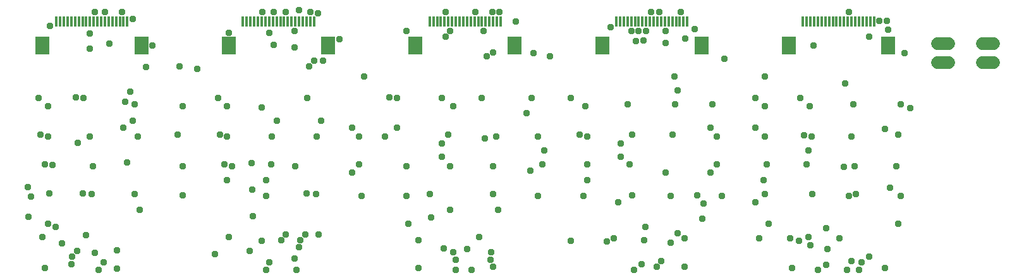
<source format=gbr>
G04 EAGLE Gerber RS-274X export*
G75*
%MOMM*%
%FSLAX34Y34*%
%LPD*%
%INSoldermask Bottom*%
%IPPOS*%
%AMOC8*
5,1,8,0,0,1.08239X$1,22.5*%
G01*
%ADD10R,0.400000X1.400000*%
%ADD11R,1.900000X2.350000*%
%ADD12C,1.727200*%
%ADD13C,0.959600*%


D10*
X147500Y362500D03*
X142500Y362500D03*
X137500Y362500D03*
X132500Y362500D03*
X127500Y362500D03*
X122500Y362500D03*
X117500Y362500D03*
X112500Y362500D03*
X107500Y362500D03*
X102500Y362500D03*
X97500Y362500D03*
X92500Y362500D03*
X87500Y362500D03*
X82500Y362500D03*
X77500Y362500D03*
X72500Y362500D03*
X67500Y362500D03*
X62500Y362500D03*
X57500Y362500D03*
X52500Y362500D03*
D11*
X33500Y330000D03*
X166500Y330000D03*
D10*
X397500Y362500D03*
X392500Y362500D03*
X387500Y362500D03*
X382500Y362500D03*
X377500Y362500D03*
X372500Y362500D03*
X367500Y362500D03*
X362500Y362500D03*
X357500Y362500D03*
X352500Y362500D03*
X347500Y362500D03*
X342500Y362500D03*
X337500Y362500D03*
X332500Y362500D03*
X327500Y362500D03*
X322500Y362500D03*
X317500Y362500D03*
X312500Y362500D03*
X307500Y362500D03*
X302500Y362500D03*
D11*
X283500Y330000D03*
X416500Y330000D03*
D10*
X647500Y362500D03*
X642500Y362500D03*
X637500Y362500D03*
X632500Y362500D03*
X627500Y362500D03*
X622500Y362500D03*
X617500Y362500D03*
X612500Y362500D03*
X607500Y362500D03*
X602500Y362500D03*
X597500Y362500D03*
X592500Y362500D03*
X587500Y362500D03*
X582500Y362500D03*
X577500Y362500D03*
X572500Y362500D03*
X567500Y362500D03*
X562500Y362500D03*
X557500Y362500D03*
X552500Y362500D03*
D11*
X533500Y330000D03*
X666500Y330000D03*
D10*
X897500Y362500D03*
X892500Y362500D03*
X887500Y362500D03*
X882500Y362500D03*
X877500Y362500D03*
X872500Y362500D03*
X867500Y362500D03*
X862500Y362500D03*
X857500Y362500D03*
X852500Y362500D03*
X847500Y362500D03*
X842500Y362500D03*
X837500Y362500D03*
X832500Y362500D03*
X827500Y362500D03*
X822500Y362500D03*
X817500Y362500D03*
X812500Y362500D03*
X807500Y362500D03*
X802500Y362500D03*
D11*
X783500Y330000D03*
X916500Y330000D03*
D10*
X1147500Y362500D03*
X1142500Y362500D03*
X1137500Y362500D03*
X1132500Y362500D03*
X1127500Y362500D03*
X1122500Y362500D03*
X1117500Y362500D03*
X1112500Y362500D03*
X1107500Y362500D03*
X1102500Y362500D03*
X1097500Y362500D03*
X1092500Y362500D03*
X1087500Y362500D03*
X1082500Y362500D03*
X1077500Y362500D03*
X1072500Y362500D03*
X1067500Y362500D03*
X1062500Y362500D03*
X1057500Y362500D03*
X1052500Y362500D03*
D11*
X1033500Y330000D03*
X1166500Y330000D03*
D12*
X1232380Y332700D02*
X1247620Y332700D01*
X1247620Y307300D02*
X1232380Y307300D01*
X1292380Y332700D02*
X1307620Y332700D01*
X1307620Y307300D02*
X1292380Y307300D01*
D13*
X14449Y140551D03*
X15000Y101000D03*
X553000Y131000D03*
X554000Y100000D03*
X1065182Y131306D03*
X1083182Y86000D03*
X919000Y119000D03*
X918000Y98000D03*
X43068Y132000D03*
X51338Y87000D03*
X314000Y173000D03*
X315000Y137000D03*
X316000Y101648D03*
X221250Y130000D03*
X215000Y211250D03*
X133750Y31250D03*
X241250Y298750D03*
X133750Y56250D03*
X157500Y131250D03*
X116250Y40000D03*
X142500Y220000D03*
X108750Y30000D03*
X155000Y230000D03*
X103750Y52500D03*
X100000Y131250D03*
X92500Y76250D03*
X81250Y200000D03*
X80000Y55000D03*
X88750Y260000D03*
X73750Y47500D03*
X41250Y91250D03*
X72500Y37500D03*
X37500Y171250D03*
X60000Y65000D03*
X31250Y211250D03*
X33750Y73750D03*
X28750Y260000D03*
X37500Y32500D03*
X457500Y171250D03*
X386250Y77500D03*
X448750Y220000D03*
X378750Y70000D03*
X465000Y288750D03*
X377500Y60000D03*
X403750Y77500D03*
X373750Y30000D03*
X400000Y131250D03*
X371250Y45000D03*
X407500Y230000D03*
X360000Y77500D03*
X388750Y260000D03*
X353750Y70000D03*
X340000Y171250D03*
X337500Y40000D03*
X347500Y230000D03*
X333750Y30000D03*
X327500Y247500D03*
X327500Y68750D03*
X277500Y171250D03*
X311250Y55000D03*
X271250Y211250D03*
X283750Y73750D03*
X268750Y260000D03*
X265000Y51250D03*
X703750Y171250D03*
X637500Y33750D03*
X706250Y190000D03*
X633750Y43750D03*
X688750Y260000D03*
X635000Y53750D03*
X637500Y131250D03*
X618750Y73750D03*
X626250Y206250D03*
X608750Y30000D03*
X622500Y260000D03*
X602500Y57500D03*
X580000Y168750D03*
X587500Y30000D03*
X568750Y198750D03*
X587500Y43750D03*
X568750Y260000D03*
X583750Y53750D03*
X523750Y91250D03*
X571250Y58750D03*
X508750Y220000D03*
X537500Y70000D03*
X508750Y260000D03*
X537500Y32500D03*
X937500Y171250D03*
X893750Y33750D03*
X928750Y220000D03*
X893750Y72500D03*
X931250Y251250D03*
X885000Y78750D03*
X911250Y130000D03*
X875000Y66250D03*
X881250Y251250D03*
X856250Y33750D03*
X877500Y211250D03*
X862500Y41250D03*
X823750Y130000D03*
X840000Y70000D03*
X820000Y171250D03*
X836250Y37500D03*
X808750Y198750D03*
X841250Y87500D03*
X817500Y251250D03*
X826250Y30000D03*
X763750Y171250D03*
X798750Y72500D03*
X753750Y211250D03*
X790000Y67500D03*
X741250Y260000D03*
X741250Y68750D03*
X221250Y168750D03*
X181250Y330000D03*
X155000Y366250D03*
X140000Y375000D03*
X221250Y248750D03*
X217500Y302500D03*
X163750Y110000D03*
X147500Y173750D03*
X145000Y255000D03*
X151250Y268750D03*
X161250Y208750D03*
X172500Y301250D03*
X117500Y375000D03*
X157500Y251250D03*
X123750Y332500D03*
X87500Y132500D03*
X97500Y326250D03*
X97500Y346250D03*
X101250Y168750D03*
X97500Y208750D03*
X78750Y261250D03*
X103750Y375000D03*
X18500Y127750D03*
X47500Y170000D03*
X41250Y208750D03*
X41250Y248750D03*
X43750Y356250D03*
X461250Y128750D03*
X448750Y160000D03*
X457500Y208750D03*
X410000Y310000D03*
X392500Y375000D03*
X402500Y373750D03*
X431250Y338750D03*
X387500Y132500D03*
X391250Y302500D03*
X377500Y377500D03*
X372500Y168750D03*
X371250Y327500D03*
X371250Y350000D03*
X401250Y208750D03*
X360000Y375000D03*
X397500Y310000D03*
X333750Y128750D03*
X333750Y150000D03*
X341250Y208750D03*
X343750Y331250D03*
X343750Y375000D03*
X328750Y375000D03*
X337500Y347500D03*
X281250Y150000D03*
X287500Y168750D03*
X281250Y208750D03*
X281250Y248750D03*
X283750Y347500D03*
X697500Y128750D03*
X713750Y316250D03*
X667500Y362500D03*
X687500Y162500D03*
X697500Y208750D03*
X691250Y320000D03*
X636250Y375000D03*
X682500Y240000D03*
X646250Y375000D03*
X643750Y110000D03*
X637500Y168750D03*
X628750Y316250D03*
X625000Y350000D03*
X641250Y208750D03*
X613750Y375000D03*
X637500Y321250D03*
X580000Y110000D03*
X568750Y181250D03*
X577500Y211250D03*
X573750Y342500D03*
X573750Y375000D03*
X583750Y248750D03*
X580000Y350000D03*
X521250Y128750D03*
X521250Y168750D03*
X492500Y208750D03*
X498750Y261250D03*
X521250Y350000D03*
X943750Y128750D03*
X947500Y312500D03*
X907500Y352500D03*
X928750Y160000D03*
X937500Y208750D03*
X888750Y375000D03*
X895000Y340000D03*
X875000Y128750D03*
X868750Y160000D03*
X868750Y333750D03*
X868750Y350000D03*
X860000Y375000D03*
X885000Y270000D03*
X880000Y288750D03*
X805000Y120000D03*
X808750Y181250D03*
X838750Y337500D03*
X848750Y375000D03*
X823750Y211250D03*
X828750Y336250D03*
X842500Y350000D03*
X832500Y350000D03*
X822500Y350000D03*
X758750Y128750D03*
X763750Y150000D03*
X763750Y208750D03*
X761250Y248750D03*
X795000Y355000D03*
X1180000Y91250D03*
X1162500Y32500D03*
X1168750Y140000D03*
X1141250Y47500D03*
X1180000Y211250D03*
X1131250Y40000D03*
X1183750Y251250D03*
X1127500Y30000D03*
X1123750Y131250D03*
X1117500Y41250D03*
X1107500Y167500D03*
X1111250Y30000D03*
X1120000Y251250D03*
X1101250Y72500D03*
X1057500Y171250D03*
X1085000Y57500D03*
X1053750Y210000D03*
X1083750Y36250D03*
X1048750Y260000D03*
X1060000Y73750D03*
X1006250Y91250D03*
X1072500Y30000D03*
X1001250Y131250D03*
X1062500Y62500D03*
X1003750Y171250D03*
X1047500Y68750D03*
X988750Y220000D03*
X1035000Y72500D03*
X988750Y260000D03*
X1037500Y32500D03*
X1183750Y128750D03*
X1188750Y320000D03*
X1155000Y363750D03*
X1177500Y168750D03*
X1196250Y246250D03*
X1165000Y363750D03*
X1162500Y218750D03*
X1166250Y351250D03*
X1141250Y342500D03*
X1113750Y128750D03*
X1121250Y168750D03*
X1117500Y208750D03*
X1113750Y375000D03*
X1108750Y280000D03*
X993750Y72500D03*
X1060000Y190000D03*
X1063750Y208750D03*
X1061250Y248750D03*
X1066250Y330000D03*
X988750Y120000D03*
X1000000Y150000D03*
X1001250Y208750D03*
X1001250Y248750D03*
X1001250Y288750D03*
M02*

</source>
